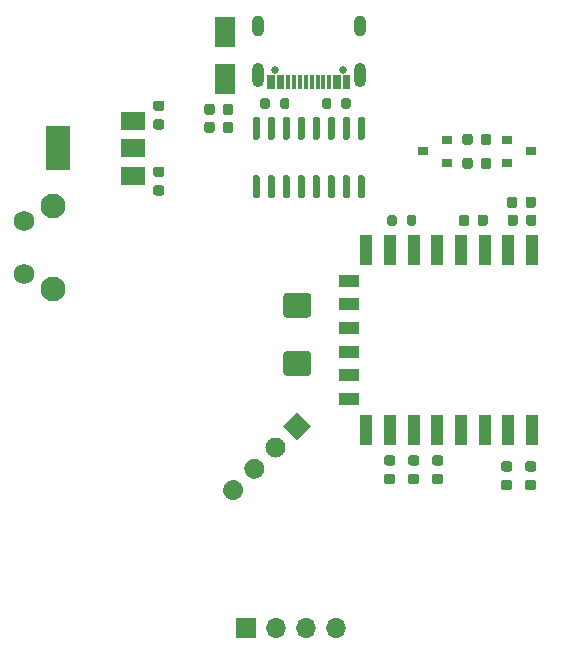
<source format=gbr>
%TF.GenerationSoftware,KiCad,Pcbnew,5.1.10-88a1d61d58~90~ubuntu20.04.1*%
%TF.CreationDate,2021-10-14T14:02:12+02:00*%
%TF.ProjectId,ESP8266-WS2812-Puck,45535038-3236-4362-9d57-53323831322d,rev?*%
%TF.SameCoordinates,Original*%
%TF.FileFunction,Soldermask,Top*%
%TF.FilePolarity,Negative*%
%FSLAX46Y46*%
G04 Gerber Fmt 4.6, Leading zero omitted, Abs format (unit mm)*
G04 Created by KiCad (PCBNEW 5.1.10-88a1d61d58~90~ubuntu20.04.1) date 2021-10-14 14:02:12*
%MOMM*%
%LPD*%
G01*
G04 APERTURE LIST*
%ADD10C,2.100000*%
%ADD11C,1.750000*%
%ADD12C,0.100000*%
%ADD13C,0.650000*%
%ADD14R,0.300000X1.150000*%
%ADD15O,1.000000X2.100000*%
%ADD16O,1.000000X1.800000*%
%ADD17O,1.700000X1.700000*%
%ADD18R,1.700000X1.700000*%
%ADD19R,1.000000X2.500000*%
%ADD20R,1.800000X1.000000*%
%ADD21R,0.900000X0.800000*%
%ADD22R,2.000000X3.800000*%
%ADD23R,2.000000X1.500000*%
%ADD24R,1.800000X2.500000*%
G04 APERTURE END LIST*
D10*
%TO.C,SW1*%
X128220000Y-92182000D03*
D11*
X125730000Y-90932000D03*
X125730000Y-86432000D03*
D10*
X128220000Y-85172000D03*
%TD*%
%TO.C,C6*%
G36*
G01*
X141015000Y-78742250D02*
X141015000Y-78229750D01*
G75*
G02*
X141233750Y-78011000I218750J0D01*
G01*
X141671250Y-78011000D01*
G75*
G02*
X141890000Y-78229750I0J-218750D01*
G01*
X141890000Y-78742250D01*
G75*
G02*
X141671250Y-78961000I-218750J0D01*
G01*
X141233750Y-78961000D01*
G75*
G02*
X141015000Y-78742250I0J218750D01*
G01*
G37*
G36*
G01*
X142590000Y-78742250D02*
X142590000Y-78229750D01*
G75*
G02*
X142808750Y-78011000I218750J0D01*
G01*
X143246250Y-78011000D01*
G75*
G02*
X143465000Y-78229750I0J-218750D01*
G01*
X143465000Y-78742250D01*
G75*
G02*
X143246250Y-78961000I-218750J0D01*
G01*
X142808750Y-78961000D01*
G75*
G02*
X142590000Y-78742250I0J218750D01*
G01*
G37*
%TD*%
D12*
%TO.C,J1*%
G36*
X147641918Y-103804494D02*
G01*
X148844000Y-102602412D01*
X150046082Y-103804494D01*
X148844000Y-105006576D01*
X147641918Y-103804494D01*
G37*
G36*
G01*
X146446908Y-104999504D02*
X146446908Y-104999504D01*
G75*
G02*
X147648990Y-104999504I601041J-601041D01*
G01*
X147648990Y-104999504D01*
G75*
G02*
X147648990Y-106201586I-601041J-601041D01*
G01*
X147648990Y-106201586D01*
G75*
G02*
X146446908Y-106201586I-601041J601041D01*
G01*
X146446908Y-106201586D01*
G75*
G02*
X146446908Y-104999504I601041J601041D01*
G01*
G37*
G36*
G01*
X144650857Y-106795555D02*
X144650857Y-106795555D01*
G75*
G02*
X145852939Y-106795555I601041J-601041D01*
G01*
X145852939Y-106795555D01*
G75*
G02*
X145852939Y-107997637I-601041J-601041D01*
G01*
X145852939Y-107997637D01*
G75*
G02*
X144650857Y-107997637I-601041J601041D01*
G01*
X144650857Y-107997637D01*
G75*
G02*
X144650857Y-106795555I601041J601041D01*
G01*
G37*
G36*
G01*
X142854805Y-108591607D02*
X142854805Y-108591607D01*
G75*
G02*
X144056887Y-108591607I601041J-601041D01*
G01*
X144056887Y-108591607D01*
G75*
G02*
X144056887Y-109793689I-601041J-601041D01*
G01*
X144056887Y-109793689D01*
G75*
G02*
X142854805Y-109793689I-601041J601041D01*
G01*
X142854805Y-109793689D01*
G75*
G02*
X142854805Y-108591607I601041J601041D01*
G01*
G37*
%TD*%
%TO.C,R5*%
G36*
G01*
X160525750Y-106242500D02*
X161038250Y-106242500D01*
G75*
G02*
X161257000Y-106461250I0J-218750D01*
G01*
X161257000Y-106898750D01*
G75*
G02*
X161038250Y-107117500I-218750J0D01*
G01*
X160525750Y-107117500D01*
G75*
G02*
X160307000Y-106898750I0J218750D01*
G01*
X160307000Y-106461250D01*
G75*
G02*
X160525750Y-106242500I218750J0D01*
G01*
G37*
G36*
G01*
X160525750Y-107817500D02*
X161038250Y-107817500D01*
G75*
G02*
X161257000Y-108036250I0J-218750D01*
G01*
X161257000Y-108473750D01*
G75*
G02*
X161038250Y-108692500I-218750J0D01*
G01*
X160525750Y-108692500D01*
G75*
G02*
X160307000Y-108473750I0J218750D01*
G01*
X160307000Y-108036250D01*
G75*
G02*
X160525750Y-107817500I218750J0D01*
G01*
G37*
%TD*%
%TO.C,R12*%
G36*
G01*
X165309000Y-79245750D02*
X165309000Y-79758250D01*
G75*
G02*
X165090250Y-79977000I-218750J0D01*
G01*
X164652750Y-79977000D01*
G75*
G02*
X164434000Y-79758250I0J218750D01*
G01*
X164434000Y-79245750D01*
G75*
G02*
X164652750Y-79027000I218750J0D01*
G01*
X165090250Y-79027000D01*
G75*
G02*
X165309000Y-79245750I0J-218750D01*
G01*
G37*
G36*
G01*
X163734000Y-79245750D02*
X163734000Y-79758250D01*
G75*
G02*
X163515250Y-79977000I-218750J0D01*
G01*
X163077750Y-79977000D01*
G75*
G02*
X162859000Y-79758250I0J218750D01*
G01*
X162859000Y-79245750D01*
G75*
G02*
X163077750Y-79027000I218750J0D01*
G01*
X163515250Y-79027000D01*
G75*
G02*
X163734000Y-79245750I0J-218750D01*
G01*
G37*
%TD*%
%TO.C,U3*%
G36*
G01*
X154155000Y-77576000D02*
X154455000Y-77576000D01*
G75*
G02*
X154605000Y-77726000I0J-150000D01*
G01*
X154605000Y-79376000D01*
G75*
G02*
X154455000Y-79526000I-150000J0D01*
G01*
X154155000Y-79526000D01*
G75*
G02*
X154005000Y-79376000I0J150000D01*
G01*
X154005000Y-77726000D01*
G75*
G02*
X154155000Y-77576000I150000J0D01*
G01*
G37*
G36*
G01*
X152885000Y-77576000D02*
X153185000Y-77576000D01*
G75*
G02*
X153335000Y-77726000I0J-150000D01*
G01*
X153335000Y-79376000D01*
G75*
G02*
X153185000Y-79526000I-150000J0D01*
G01*
X152885000Y-79526000D01*
G75*
G02*
X152735000Y-79376000I0J150000D01*
G01*
X152735000Y-77726000D01*
G75*
G02*
X152885000Y-77576000I150000J0D01*
G01*
G37*
G36*
G01*
X151615000Y-77576000D02*
X151915000Y-77576000D01*
G75*
G02*
X152065000Y-77726000I0J-150000D01*
G01*
X152065000Y-79376000D01*
G75*
G02*
X151915000Y-79526000I-150000J0D01*
G01*
X151615000Y-79526000D01*
G75*
G02*
X151465000Y-79376000I0J150000D01*
G01*
X151465000Y-77726000D01*
G75*
G02*
X151615000Y-77576000I150000J0D01*
G01*
G37*
G36*
G01*
X150345000Y-77576000D02*
X150645000Y-77576000D01*
G75*
G02*
X150795000Y-77726000I0J-150000D01*
G01*
X150795000Y-79376000D01*
G75*
G02*
X150645000Y-79526000I-150000J0D01*
G01*
X150345000Y-79526000D01*
G75*
G02*
X150195000Y-79376000I0J150000D01*
G01*
X150195000Y-77726000D01*
G75*
G02*
X150345000Y-77576000I150000J0D01*
G01*
G37*
G36*
G01*
X149075000Y-77576000D02*
X149375000Y-77576000D01*
G75*
G02*
X149525000Y-77726000I0J-150000D01*
G01*
X149525000Y-79376000D01*
G75*
G02*
X149375000Y-79526000I-150000J0D01*
G01*
X149075000Y-79526000D01*
G75*
G02*
X148925000Y-79376000I0J150000D01*
G01*
X148925000Y-77726000D01*
G75*
G02*
X149075000Y-77576000I150000J0D01*
G01*
G37*
G36*
G01*
X147805000Y-77576000D02*
X148105000Y-77576000D01*
G75*
G02*
X148255000Y-77726000I0J-150000D01*
G01*
X148255000Y-79376000D01*
G75*
G02*
X148105000Y-79526000I-150000J0D01*
G01*
X147805000Y-79526000D01*
G75*
G02*
X147655000Y-79376000I0J150000D01*
G01*
X147655000Y-77726000D01*
G75*
G02*
X147805000Y-77576000I150000J0D01*
G01*
G37*
G36*
G01*
X146535000Y-77576000D02*
X146835000Y-77576000D01*
G75*
G02*
X146985000Y-77726000I0J-150000D01*
G01*
X146985000Y-79376000D01*
G75*
G02*
X146835000Y-79526000I-150000J0D01*
G01*
X146535000Y-79526000D01*
G75*
G02*
X146385000Y-79376000I0J150000D01*
G01*
X146385000Y-77726000D01*
G75*
G02*
X146535000Y-77576000I150000J0D01*
G01*
G37*
G36*
G01*
X145265000Y-77576000D02*
X145565000Y-77576000D01*
G75*
G02*
X145715000Y-77726000I0J-150000D01*
G01*
X145715000Y-79376000D01*
G75*
G02*
X145565000Y-79526000I-150000J0D01*
G01*
X145265000Y-79526000D01*
G75*
G02*
X145115000Y-79376000I0J150000D01*
G01*
X145115000Y-77726000D01*
G75*
G02*
X145265000Y-77576000I150000J0D01*
G01*
G37*
G36*
G01*
X145265000Y-82526000D02*
X145565000Y-82526000D01*
G75*
G02*
X145715000Y-82676000I0J-150000D01*
G01*
X145715000Y-84326000D01*
G75*
G02*
X145565000Y-84476000I-150000J0D01*
G01*
X145265000Y-84476000D01*
G75*
G02*
X145115000Y-84326000I0J150000D01*
G01*
X145115000Y-82676000D01*
G75*
G02*
X145265000Y-82526000I150000J0D01*
G01*
G37*
G36*
G01*
X146535000Y-82526000D02*
X146835000Y-82526000D01*
G75*
G02*
X146985000Y-82676000I0J-150000D01*
G01*
X146985000Y-84326000D01*
G75*
G02*
X146835000Y-84476000I-150000J0D01*
G01*
X146535000Y-84476000D01*
G75*
G02*
X146385000Y-84326000I0J150000D01*
G01*
X146385000Y-82676000D01*
G75*
G02*
X146535000Y-82526000I150000J0D01*
G01*
G37*
G36*
G01*
X147805000Y-82526000D02*
X148105000Y-82526000D01*
G75*
G02*
X148255000Y-82676000I0J-150000D01*
G01*
X148255000Y-84326000D01*
G75*
G02*
X148105000Y-84476000I-150000J0D01*
G01*
X147805000Y-84476000D01*
G75*
G02*
X147655000Y-84326000I0J150000D01*
G01*
X147655000Y-82676000D01*
G75*
G02*
X147805000Y-82526000I150000J0D01*
G01*
G37*
G36*
G01*
X149075000Y-82526000D02*
X149375000Y-82526000D01*
G75*
G02*
X149525000Y-82676000I0J-150000D01*
G01*
X149525000Y-84326000D01*
G75*
G02*
X149375000Y-84476000I-150000J0D01*
G01*
X149075000Y-84476000D01*
G75*
G02*
X148925000Y-84326000I0J150000D01*
G01*
X148925000Y-82676000D01*
G75*
G02*
X149075000Y-82526000I150000J0D01*
G01*
G37*
G36*
G01*
X150345000Y-82526000D02*
X150645000Y-82526000D01*
G75*
G02*
X150795000Y-82676000I0J-150000D01*
G01*
X150795000Y-84326000D01*
G75*
G02*
X150645000Y-84476000I-150000J0D01*
G01*
X150345000Y-84476000D01*
G75*
G02*
X150195000Y-84326000I0J150000D01*
G01*
X150195000Y-82676000D01*
G75*
G02*
X150345000Y-82526000I150000J0D01*
G01*
G37*
G36*
G01*
X151615000Y-82526000D02*
X151915000Y-82526000D01*
G75*
G02*
X152065000Y-82676000I0J-150000D01*
G01*
X152065000Y-84326000D01*
G75*
G02*
X151915000Y-84476000I-150000J0D01*
G01*
X151615000Y-84476000D01*
G75*
G02*
X151465000Y-84326000I0J150000D01*
G01*
X151465000Y-82676000D01*
G75*
G02*
X151615000Y-82526000I150000J0D01*
G01*
G37*
G36*
G01*
X152885000Y-82526000D02*
X153185000Y-82526000D01*
G75*
G02*
X153335000Y-82676000I0J-150000D01*
G01*
X153335000Y-84326000D01*
G75*
G02*
X153185000Y-84476000I-150000J0D01*
G01*
X152885000Y-84476000D01*
G75*
G02*
X152735000Y-84326000I0J150000D01*
G01*
X152735000Y-82676000D01*
G75*
G02*
X152885000Y-82526000I150000J0D01*
G01*
G37*
G36*
G01*
X154155000Y-82526000D02*
X154455000Y-82526000D01*
G75*
G02*
X154605000Y-82676000I0J-150000D01*
G01*
X154605000Y-84326000D01*
G75*
G02*
X154455000Y-84476000I-150000J0D01*
G01*
X154155000Y-84476000D01*
G75*
G02*
X154005000Y-84326000I0J150000D01*
G01*
X154005000Y-82676000D01*
G75*
G02*
X154155000Y-82526000I150000J0D01*
G01*
G37*
%TD*%
%TO.C,R3*%
G36*
G01*
X147428000Y-76729000D02*
X147428000Y-76179000D01*
G75*
G02*
X147628000Y-75979000I200000J0D01*
G01*
X148028000Y-75979000D01*
G75*
G02*
X148228000Y-76179000I0J-200000D01*
G01*
X148228000Y-76729000D01*
G75*
G02*
X148028000Y-76929000I-200000J0D01*
G01*
X147628000Y-76929000D01*
G75*
G02*
X147428000Y-76729000I0J200000D01*
G01*
G37*
G36*
G01*
X145778000Y-76729000D02*
X145778000Y-76179000D01*
G75*
G02*
X145978000Y-75979000I200000J0D01*
G01*
X146378000Y-75979000D01*
G75*
G02*
X146578000Y-76179000I0J-200000D01*
G01*
X146578000Y-76729000D01*
G75*
G02*
X146378000Y-76929000I-200000J0D01*
G01*
X145978000Y-76929000D01*
G75*
G02*
X145778000Y-76729000I0J200000D01*
G01*
G37*
%TD*%
%TO.C,R2*%
G36*
G01*
X151784000Y-76179000D02*
X151784000Y-76729000D01*
G75*
G02*
X151584000Y-76929000I-200000J0D01*
G01*
X151184000Y-76929000D01*
G75*
G02*
X150984000Y-76729000I0J200000D01*
G01*
X150984000Y-76179000D01*
G75*
G02*
X151184000Y-75979000I200000J0D01*
G01*
X151584000Y-75979000D01*
G75*
G02*
X151784000Y-76179000I0J-200000D01*
G01*
G37*
G36*
G01*
X153434000Y-76179000D02*
X153434000Y-76729000D01*
G75*
G02*
X153234000Y-76929000I-200000J0D01*
G01*
X152834000Y-76929000D01*
G75*
G02*
X152634000Y-76729000I0J200000D01*
G01*
X152634000Y-76179000D01*
G75*
G02*
X152834000Y-75979000I200000J0D01*
G01*
X153234000Y-75979000D01*
G75*
G02*
X153434000Y-76179000I0J-200000D01*
G01*
G37*
%TD*%
%TO.C,R1*%
G36*
G01*
X158159000Y-86635000D02*
X158159000Y-86085000D01*
G75*
G02*
X158359000Y-85885000I200000J0D01*
G01*
X158759000Y-85885000D01*
G75*
G02*
X158959000Y-86085000I0J-200000D01*
G01*
X158959000Y-86635000D01*
G75*
G02*
X158759000Y-86835000I-200000J0D01*
G01*
X158359000Y-86835000D01*
G75*
G02*
X158159000Y-86635000I0J200000D01*
G01*
G37*
G36*
G01*
X156509000Y-86635000D02*
X156509000Y-86085000D01*
G75*
G02*
X156709000Y-85885000I200000J0D01*
G01*
X157109000Y-85885000D01*
G75*
G02*
X157309000Y-86085000I0J-200000D01*
G01*
X157309000Y-86635000D01*
G75*
G02*
X157109000Y-86835000I-200000J0D01*
G01*
X156709000Y-86835000D01*
G75*
G02*
X156509000Y-86635000I0J200000D01*
G01*
G37*
%TD*%
D13*
%TO.C,P1*%
X146970000Y-73590000D03*
X152750000Y-73590000D03*
D14*
X146810000Y-74655000D03*
X147610000Y-74655000D03*
X152410000Y-74655000D03*
X153210000Y-74655000D03*
X148110000Y-74655000D03*
X148610000Y-74655000D03*
X149110000Y-74655000D03*
X149610000Y-74655000D03*
X150110000Y-74655000D03*
X150610000Y-74655000D03*
X151110000Y-74655000D03*
X151610000Y-74655000D03*
D15*
X154180000Y-74090000D03*
X145540000Y-74090000D03*
D16*
X145540000Y-69910000D03*
X154180000Y-69910000D03*
D14*
X146510000Y-74655000D03*
X147310000Y-74655000D03*
X152110000Y-74655000D03*
X152910000Y-74655000D03*
%TD*%
D17*
%TO.C,J2*%
X152146000Y-120904000D03*
X149606000Y-120904000D03*
X147066000Y-120904000D03*
D18*
X144526000Y-120904000D03*
%TD*%
%TO.C,C4*%
G36*
G01*
X147969800Y-92512000D02*
X149819800Y-92512000D01*
G75*
G02*
X150069800Y-92762000I0J-250000D01*
G01*
X150069800Y-94337000D01*
G75*
G02*
X149819800Y-94587000I-250000J0D01*
G01*
X147969800Y-94587000D01*
G75*
G02*
X147719800Y-94337000I0J250000D01*
G01*
X147719800Y-92762000D01*
G75*
G02*
X147969800Y-92512000I250000J0D01*
G01*
G37*
G36*
G01*
X147969800Y-97437000D02*
X149819800Y-97437000D01*
G75*
G02*
X150069800Y-97687000I0J-250000D01*
G01*
X150069800Y-99262000D01*
G75*
G02*
X149819800Y-99512000I-250000J0D01*
G01*
X147969800Y-99512000D01*
G75*
G02*
X147719800Y-99262000I0J250000D01*
G01*
X147719800Y-97687000D01*
G75*
G02*
X147969800Y-97437000I250000J0D01*
G01*
G37*
%TD*%
D19*
%TO.C,U1*%
X168752400Y-88869200D03*
X166752400Y-88869200D03*
X164752400Y-88869200D03*
X162752400Y-88869200D03*
X160752400Y-88869200D03*
X158752400Y-88869200D03*
X156752400Y-88869200D03*
X154752400Y-88869200D03*
D20*
X153252400Y-91469200D03*
X153252400Y-93469200D03*
X153252400Y-95469200D03*
X153252400Y-97469200D03*
X153252400Y-99469200D03*
X153252400Y-101469200D03*
D19*
X154752400Y-104069200D03*
X156752400Y-104069200D03*
X158752400Y-104069200D03*
X160752400Y-104069200D03*
X162752400Y-104069200D03*
X164752400Y-104069200D03*
X166752400Y-104069200D03*
X168752400Y-104069200D03*
%TD*%
%TO.C,C5*%
G36*
G01*
X142590000Y-77218250D02*
X142590000Y-76705750D01*
G75*
G02*
X142808750Y-76487000I218750J0D01*
G01*
X143246250Y-76487000D01*
G75*
G02*
X143465000Y-76705750I0J-218750D01*
G01*
X143465000Y-77218250D01*
G75*
G02*
X143246250Y-77437000I-218750J0D01*
G01*
X142808750Y-77437000D01*
G75*
G02*
X142590000Y-77218250I0J218750D01*
G01*
G37*
G36*
G01*
X141015000Y-77218250D02*
X141015000Y-76705750D01*
G75*
G02*
X141233750Y-76487000I218750J0D01*
G01*
X141671250Y-76487000D01*
G75*
G02*
X141890000Y-76705750I0J-218750D01*
G01*
X141890000Y-77218250D01*
G75*
G02*
X141671250Y-77437000I-218750J0D01*
G01*
X141233750Y-77437000D01*
G75*
G02*
X141015000Y-77218250I0J218750D01*
G01*
G37*
%TD*%
D21*
%TO.C,Q1*%
X168640000Y-80518000D03*
X166640000Y-81468000D03*
X166640000Y-79568000D03*
%TD*%
%TO.C,Q2*%
X161528000Y-81468000D03*
X161528000Y-79568000D03*
X159528000Y-80518000D03*
%TD*%
D22*
%TO.C,U2*%
X128676000Y-80264000D03*
D23*
X134976000Y-80264000D03*
X134976000Y-77964000D03*
X134976000Y-82564000D03*
%TD*%
%TO.C,C1*%
G36*
G01*
X136903750Y-76219500D02*
X137416250Y-76219500D01*
G75*
G02*
X137635000Y-76438250I0J-218750D01*
G01*
X137635000Y-76875750D01*
G75*
G02*
X137416250Y-77094500I-218750J0D01*
G01*
X136903750Y-77094500D01*
G75*
G02*
X136685000Y-76875750I0J218750D01*
G01*
X136685000Y-76438250D01*
G75*
G02*
X136903750Y-76219500I218750J0D01*
G01*
G37*
G36*
G01*
X136903750Y-77794500D02*
X137416250Y-77794500D01*
G75*
G02*
X137635000Y-78013250I0J-218750D01*
G01*
X137635000Y-78450750D01*
G75*
G02*
X137416250Y-78669500I-218750J0D01*
G01*
X136903750Y-78669500D01*
G75*
G02*
X136685000Y-78450750I0J218750D01*
G01*
X136685000Y-78013250D01*
G75*
G02*
X136903750Y-77794500I218750J0D01*
G01*
G37*
%TD*%
%TO.C,C2*%
G36*
G01*
X136903750Y-83382500D02*
X137416250Y-83382500D01*
G75*
G02*
X137635000Y-83601250I0J-218750D01*
G01*
X137635000Y-84038750D01*
G75*
G02*
X137416250Y-84257500I-218750J0D01*
G01*
X136903750Y-84257500D01*
G75*
G02*
X136685000Y-84038750I0J218750D01*
G01*
X136685000Y-83601250D01*
G75*
G02*
X136903750Y-83382500I218750J0D01*
G01*
G37*
G36*
G01*
X136903750Y-81807500D02*
X137416250Y-81807500D01*
G75*
G02*
X137635000Y-82026250I0J-218750D01*
G01*
X137635000Y-82463750D01*
G75*
G02*
X137416250Y-82682500I-218750J0D01*
G01*
X136903750Y-82682500D01*
G75*
G02*
X136685000Y-82463750I0J218750D01*
G01*
X136685000Y-82026250D01*
G75*
G02*
X136903750Y-81807500I218750J0D01*
G01*
G37*
%TD*%
%TO.C,C3*%
G36*
G01*
X169093500Y-84579750D02*
X169093500Y-85092250D01*
G75*
G02*
X168874750Y-85311000I-218750J0D01*
G01*
X168437250Y-85311000D01*
G75*
G02*
X168218500Y-85092250I0J218750D01*
G01*
X168218500Y-84579750D01*
G75*
G02*
X168437250Y-84361000I218750J0D01*
G01*
X168874750Y-84361000D01*
G75*
G02*
X169093500Y-84579750I0J-218750D01*
G01*
G37*
G36*
G01*
X167518500Y-84579750D02*
X167518500Y-85092250D01*
G75*
G02*
X167299750Y-85311000I-218750J0D01*
G01*
X166862250Y-85311000D01*
G75*
G02*
X166643500Y-85092250I0J218750D01*
G01*
X166643500Y-84579750D01*
G75*
G02*
X166862250Y-84361000I218750J0D01*
G01*
X167299750Y-84361000D01*
G75*
G02*
X167518500Y-84579750I0J-218750D01*
G01*
G37*
%TD*%
D24*
%TO.C,D1*%
X142748000Y-74422000D03*
X142748000Y-70422000D03*
%TD*%
%TO.C,R6*%
G36*
G01*
X158493750Y-106242500D02*
X159006250Y-106242500D01*
G75*
G02*
X159225000Y-106461250I0J-218750D01*
G01*
X159225000Y-106898750D01*
G75*
G02*
X159006250Y-107117500I-218750J0D01*
G01*
X158493750Y-107117500D01*
G75*
G02*
X158275000Y-106898750I0J218750D01*
G01*
X158275000Y-106461250D01*
G75*
G02*
X158493750Y-106242500I218750J0D01*
G01*
G37*
G36*
G01*
X158493750Y-107817500D02*
X159006250Y-107817500D01*
G75*
G02*
X159225000Y-108036250I0J-218750D01*
G01*
X159225000Y-108473750D01*
G75*
G02*
X159006250Y-108692500I-218750J0D01*
G01*
X158493750Y-108692500D01*
G75*
G02*
X158275000Y-108473750I0J218750D01*
G01*
X158275000Y-108036250D01*
G75*
G02*
X158493750Y-107817500I218750J0D01*
G01*
G37*
%TD*%
%TO.C,R7*%
G36*
G01*
X163454500Y-86103750D02*
X163454500Y-86616250D01*
G75*
G02*
X163235750Y-86835000I-218750J0D01*
G01*
X162798250Y-86835000D01*
G75*
G02*
X162579500Y-86616250I0J218750D01*
G01*
X162579500Y-86103750D01*
G75*
G02*
X162798250Y-85885000I218750J0D01*
G01*
X163235750Y-85885000D01*
G75*
G02*
X163454500Y-86103750I0J-218750D01*
G01*
G37*
G36*
G01*
X165029500Y-86103750D02*
X165029500Y-86616250D01*
G75*
G02*
X164810750Y-86835000I-218750J0D01*
G01*
X164373250Y-86835000D01*
G75*
G02*
X164154500Y-86616250I0J218750D01*
G01*
X164154500Y-86103750D01*
G75*
G02*
X164373250Y-85885000I218750J0D01*
G01*
X164810750Y-85885000D01*
G75*
G02*
X165029500Y-86103750I0J-218750D01*
G01*
G37*
%TD*%
%TO.C,R8*%
G36*
G01*
X169144500Y-86103750D02*
X169144500Y-86616250D01*
G75*
G02*
X168925750Y-86835000I-218750J0D01*
G01*
X168488250Y-86835000D01*
G75*
G02*
X168269500Y-86616250I0J218750D01*
G01*
X168269500Y-86103750D01*
G75*
G02*
X168488250Y-85885000I218750J0D01*
G01*
X168925750Y-85885000D01*
G75*
G02*
X169144500Y-86103750I0J-218750D01*
G01*
G37*
G36*
G01*
X167569500Y-86103750D02*
X167569500Y-86616250D01*
G75*
G02*
X167350750Y-86835000I-218750J0D01*
G01*
X166913250Y-86835000D01*
G75*
G02*
X166694500Y-86616250I0J218750D01*
G01*
X166694500Y-86103750D01*
G75*
G02*
X166913250Y-85885000I218750J0D01*
G01*
X167350750Y-85885000D01*
G75*
G02*
X167569500Y-86103750I0J-218750D01*
G01*
G37*
%TD*%
%TO.C,R9*%
G36*
G01*
X156461750Y-107817500D02*
X156974250Y-107817500D01*
G75*
G02*
X157193000Y-108036250I0J-218750D01*
G01*
X157193000Y-108473750D01*
G75*
G02*
X156974250Y-108692500I-218750J0D01*
G01*
X156461750Y-108692500D01*
G75*
G02*
X156243000Y-108473750I0J218750D01*
G01*
X156243000Y-108036250D01*
G75*
G02*
X156461750Y-107817500I218750J0D01*
G01*
G37*
G36*
G01*
X156461750Y-106242500D02*
X156974250Y-106242500D01*
G75*
G02*
X157193000Y-106461250I0J-218750D01*
G01*
X157193000Y-106898750D01*
G75*
G02*
X156974250Y-107117500I-218750J0D01*
G01*
X156461750Y-107117500D01*
G75*
G02*
X156243000Y-106898750I0J218750D01*
G01*
X156243000Y-106461250D01*
G75*
G02*
X156461750Y-106242500I218750J0D01*
G01*
G37*
%TD*%
%TO.C,R10*%
G36*
G01*
X166367750Y-106750500D02*
X166880250Y-106750500D01*
G75*
G02*
X167099000Y-106969250I0J-218750D01*
G01*
X167099000Y-107406750D01*
G75*
G02*
X166880250Y-107625500I-218750J0D01*
G01*
X166367750Y-107625500D01*
G75*
G02*
X166149000Y-107406750I0J218750D01*
G01*
X166149000Y-106969250D01*
G75*
G02*
X166367750Y-106750500I218750J0D01*
G01*
G37*
G36*
G01*
X166367750Y-108325500D02*
X166880250Y-108325500D01*
G75*
G02*
X167099000Y-108544250I0J-218750D01*
G01*
X167099000Y-108981750D01*
G75*
G02*
X166880250Y-109200500I-218750J0D01*
G01*
X166367750Y-109200500D01*
G75*
G02*
X166149000Y-108981750I0J218750D01*
G01*
X166149000Y-108544250D01*
G75*
G02*
X166367750Y-108325500I218750J0D01*
G01*
G37*
%TD*%
%TO.C,R11*%
G36*
G01*
X168399750Y-108325500D02*
X168912250Y-108325500D01*
G75*
G02*
X169131000Y-108544250I0J-218750D01*
G01*
X169131000Y-108981750D01*
G75*
G02*
X168912250Y-109200500I-218750J0D01*
G01*
X168399750Y-109200500D01*
G75*
G02*
X168181000Y-108981750I0J218750D01*
G01*
X168181000Y-108544250D01*
G75*
G02*
X168399750Y-108325500I218750J0D01*
G01*
G37*
G36*
G01*
X168399750Y-106750500D02*
X168912250Y-106750500D01*
G75*
G02*
X169131000Y-106969250I0J-218750D01*
G01*
X169131000Y-107406750D01*
G75*
G02*
X168912250Y-107625500I-218750J0D01*
G01*
X168399750Y-107625500D01*
G75*
G02*
X168181000Y-107406750I0J218750D01*
G01*
X168181000Y-106969250D01*
G75*
G02*
X168399750Y-106750500I218750J0D01*
G01*
G37*
%TD*%
%TO.C,R13*%
G36*
G01*
X164434000Y-81790250D02*
X164434000Y-81277750D01*
G75*
G02*
X164652750Y-81059000I218750J0D01*
G01*
X165090250Y-81059000D01*
G75*
G02*
X165309000Y-81277750I0J-218750D01*
G01*
X165309000Y-81790250D01*
G75*
G02*
X165090250Y-82009000I-218750J0D01*
G01*
X164652750Y-82009000D01*
G75*
G02*
X164434000Y-81790250I0J218750D01*
G01*
G37*
G36*
G01*
X162859000Y-81790250D02*
X162859000Y-81277750D01*
G75*
G02*
X163077750Y-81059000I218750J0D01*
G01*
X163515250Y-81059000D01*
G75*
G02*
X163734000Y-81277750I0J-218750D01*
G01*
X163734000Y-81790250D01*
G75*
G02*
X163515250Y-82009000I-218750J0D01*
G01*
X163077750Y-82009000D01*
G75*
G02*
X162859000Y-81790250I0J218750D01*
G01*
G37*
%TD*%
M02*

</source>
